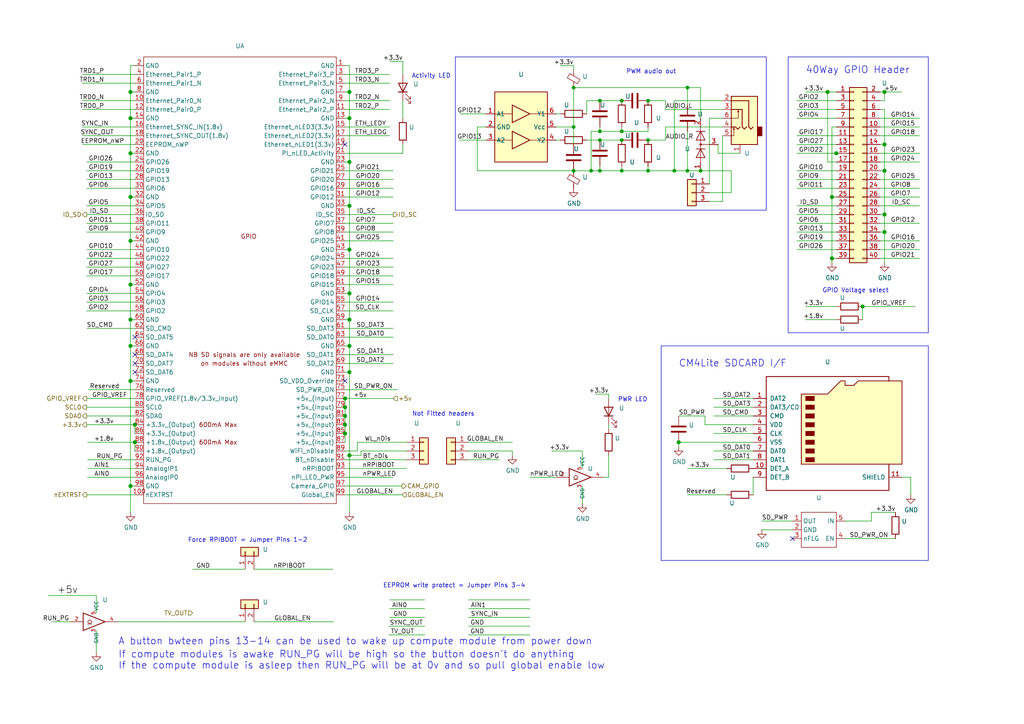
<source format=kicad_sch>
(kicad_sch (version 20220404) (generator eeschema)
  (paper "A4")
  (title_block (title "Compute Module 4 IO Board - GPIO - Ethernet") (rev "1") (company "(c) Raspberry Pi Trading 2020") (comment 1 "www.raspberrypi.org"))
  (lib_symbols
    (symbol "CM4IO:74LVC1G07_copy"
      (property "Reference" "U" (at -2.54 3.81 0))
      (property "Value" "74LVC1G07_copy" (at 0 -3.81 0))
      (symbol "74LVC1G07_copy_1_1"
        (pin input line (at -7.62 0 0) (length 3.81) (name "~") (number "2"))
        (pin power_in line (at 0 -2.54 270) (length 0) (name "GND") (number "3"))
        (pin open_collector line (at 6.35 0 180) (length 3.81) (name "~") (number "4"))
        (pin power_in line (at 0 2.54 90) (length 0) (name "VCC") (number "5"))
      )
    )
    (symbol "CM4IO:AudioJack3_Ground_SwitchTR"
      (property "Reference" "J15" (at 6.35 1.27 0))
      (property "Value" "AudioJack3_Ground_SwitchTR" (at -3.81 11.43 0))
      (symbol "AudioJack3_Ground_SwitchTR_1_1"
        (pin passive line (at -1.27 -8.89 90) (length 2.54) (name "~") (number "1"))
        (pin passive line (at -6.35 6.35 0) (length 2.54) (name "~") (number "2"))
        (pin passive line (at -6.35 3.81 0) (length 2.54) (name "~") (number "3"))
        (pin passive line (at -6.35 -1.27 0) (length 2.54) (name "~") (number "4"))
        (pin passive line (at -6.35 -3.81 0) (length 2.54) (name "~") (number "5"))
        (pin passive line (at -6.35 1.27 0) (length 2.54) (name "~") (number "6"))
      )
    )
    (symbol "CM4IO:ComputeModule4-CM4"
      (property "Reference" "Module" (at 113.03 -68.58 0))
      (property "Value" "ComputeModule4-CM4" (at 140.97 2.54 0))
      (property "Field4" "Hirose" (at 0 0 0))
      (property "Field5" "2x DF40C-100DS-0.4V" (at 0 -2.54 0))
      (symbol "ComputeModule4-CM4_1_0"
        (text "GPIO" (at 0 6.35 0) (effects (font (size 1.27 1.27))))
      )
      (symbol "ComputeModule4-CM4_1_1"
        (text "600mA Max" (at -8.89 -53.34 0) (effects (font (size 1.27 1.27))))
        (text "600mA Max" (at -8.89 -48.26 0) (effects (font (size 1.27 1.27))))
        (text "NB SD signals are only available" (at -1.27 -27.94 0) (effects (font (size 1.27 1.27))))
        (text "on modules without eMMC" (at -1.27 -30.48 0) (effects (font (size 1.27 1.27))))
        (pin power_in line (at 27.94 55.88 180) (length 2.54) (name "GND") (number "1"))
        (pin passive line (at -33.02 45.72 0) (length 2.54) (name "Ethernet_Pair0_N") (number "10"))
        (pin output line (at -33.02 -68.58 0) (length 2.54) (name "nEXTRST") (number "100"))
        (pin passive line (at 27.94 43.18 180) (length 2.54) (name "Ethernet_Pair2_P") (number "11"))
        (pin passive line (at -33.02 43.18 0) (length 2.54) (name "Ethernet_Pair0_P") (number "12"))
        (pin power_in line (at 27.94 40.64 180) (length 2.54) (name "GND") (number "13"))
        (pin power_in line (at -33.02 40.64 0) (length 2.54) (name "GND") (number "14"))
        (pin output line (at 27.94 38.1 180) (length 2.54) (name "Ethernet_nLED3(3.3v)") (number "15"))
        (pin input line (at -33.02 38.1 0) (length 2.54) (name "Ethernet_SYNC_IN(1.8v)") (number "16"))
        (pin output line (at 27.94 35.56 180) (length 2.54) (name "Ethernet_nLED2(3.3v)") (number "17"))
        (pin input line (at -33.02 35.56 0) (length 2.54) (name "Ethernet_SYNC_OUT(1.8v)") (number "18"))
        (pin output line (at 27.94 33.02 180) (length 2.54) (name "Ethernet_nLED1(3.3v)") (number "19"))
        (pin power_in line (at -33.02 55.88 0) (length 2.54) (name "GND") (number "2"))
        (pin passive line (at -33.02 33.02 0) (length 2.54) (name "EEPROM_nWP") (number "20"))
        (pin open_collector line (at 27.94 30.48 180) (length 2.54) (name "PI_nLED_Activity") (number "21"))
        (pin power_in line (at -33.02 30.48 0) (length 2.54) (name "GND") (number "22"))
        (pin power_in line (at 27.94 27.94 180) (length 2.54) (name "GND") (number "23"))
        (pin passive line (at -33.02 27.94 0) (length 2.54) (name "GPIO26") (number "24"))
        (pin passive line (at 27.94 25.4 180) (length 2.54) (name "GPIO21") (number "25"))
        (pin passive line (at -33.02 25.4 0) (length 2.54) (name "GPIO19") (number "26"))
        (pin passive line (at 27.94 22.86 180) (length 2.54) (name "GPIO20") (number "27"))
        (pin passive line (at -33.02 22.86 0) (length 2.54) (name "GPIO13") (number "28"))
        (pin passive line (at 27.94 20.32 180) (length 2.54) (name "GPIO16") (number "29"))
        (pin passive line (at 27.94 53.34 180) (length 2.54) (name "Ethernet_Pair3_P") (number "3"))
        (pin passive line (at -33.02 20.32 0) (length 2.54) (name "GPIO6") (number "30"))
        (pin passive line (at 27.94 17.78 180) (length 2.54) (name "GPIO12") (number "31"))
        (pin power_in line (at -33.02 17.78 0) (length 2.54) (name "GND") (number "32"))
        (pin power_in line (at 27.94 15.24 180) (length 2.54) (name "GND") (number "33"))
        (pin passive line (at -33.02 15.24 0) (length 2.54) (name "GPIO5") (number "34"))
        (pin passive line (at 27.94 12.7 180) (length 2.54) (name "ID_SC") (number "35"))
        (pin passive line (at -33.02 12.7 0) (length 2.54) (name "ID_SD") (number "36"))
        (pin passive line (at 27.94 10.16 180) (length 2.54) (name "GPIO7") (number "37"))
        (pin passive line (at -33.02 10.16 0) (length 2.54) (name "GPIO11") (number "38"))
        (pin passive line (at 27.94 7.62 180) (length 2.54) (name "GPIO8") (number "39"))
        (pin passive line (at -33.02 53.34 0) (length 2.54) (name "Ethernet_Pair1_P") (number "4"))
        (pin passive line (at -33.02 7.62 0) (length 2.54) (name "GPIO9") (number "40"))
        (pin passive line (at 27.94 5.08 180) (length 2.54) (name "GPIO25") (number "41"))
        (pin power_in line (at -33.02 5.08 0) (length 2.54) (name "GND") (number "42"))
        (pin power_in line (at 27.94 2.54 180) (length 2.54) (name "GND") (number "43"))
        (pin passive line (at -33.02 2.54 0) (length 2.54) (name "GPIO10") (number "44"))
        (pin passive line (at 27.94 0 180) (length 2.54) (name "GPIO24") (number "45"))
        (pin passive line (at -33.02 0 0) (length 2.54) (name "GPIO22") (number "46"))
        (pin passive line (at 27.94 -2.54 180) (length 2.54) (name "GPIO23") (number "47"))
        (pin passive line (at -33.02 -2.54 0) (length 2.54) (name "GPIO27") (number "48"))
        (pin passive line (at 27.94 -5.08 180) (length 2.54) (name "GPIO18") (number "49"))
        (pin passive line (at 27.94 50.8 180) (length 2.54) (name "Ethernet_Pair3_N") (number "5"))
        (pin passive line (at -33.02 -5.08 0) (length 2.54) (name "GPIO17") (number "50"))
        (pin passive line (at 27.94 -7.62 180) (length 2.54) (name "GPIO15") (number "51"))
        (pin power_in line (at -33.02 -7.62 0) (length 2.54) (name "GND") (number "52"))
        (pin power_in line (at 27.94 -10.16 180) (length 2.54) (name "GND") (number "53"))
        (pin passive line (at -33.02 -10.16 0) (length 2.54) (name "GPIO4") (number "54"))
        (pin passive line (at 27.94 -12.7 180) (length 2.54) (name "GPIO14") (number "55"))
        (pin passive line (at -33.02 -12.7 0) (length 2.54) (name "GPIO3") (number "56"))
        (pin passive line (at 27.94 -15.24 180) (length 2.54) (name "SD_CLK") (number "57"))
        (pin passive line (at -33.02 -15.24 0) (length 2.54) (name "GPIO2") (number "58"))
        (pin power_in line (at 27.94 -17.78 180) (length 2.54) (name "GND") (number "59"))
        (pin passive line (at -33.02 50.8 0) (length 2.54) (name "Ethernet_Pair1_N") (number "6"))
        (pin power_in line (at -33.02 -17.78 0) (length 2.54) (name "GND") (number "60"))
        (pin passive line (at 27.94 -20.32 180) (length 2.54) (name "SD_DAT3") (number "61"))
        (pin passive line (at -33.02 -20.32 0) (length 2.54) (name "SD_CMD") (number "62"))
        (pin passive line (at 27.94 -22.86 180) (length 2.54) (name "SD_DAT0") (number "63"))
        (pin passive line (at -33.02 -22.86 0) (length 2.54) (name "SD_DAT5") (number "64"))
        (pin power_in line (at 27.94 -25.4 180) (length 2.54) (name "GND") (number "65"))
        (pin power_in line (at -33.02 -25.4 0) (length 2.54) (name "GND") (number "66"))
        (pin passive line (at 27.94 -27.94 180) (length 2.54) (name "SD_DAT1") (number "67"))
        (pin passive line (at -33.02 -27.94 0) (length 2.54) (name "SD_DAT4") (number "68"))
        (pin passive line (at 27.94 -30.48 180) (length 2.54) (name "SD_DAT2") (number "69"))
        (pin power_in line (at 27.94 48.26 180) (length 2.54) (name "GND") (number "7"))
        (pin passive line (at -33.02 -30.48 0) (length 2.54) (name "SD_DAT7") (number "70"))
        (pin power_in line (at 27.94 -33.02 180) (length 2.54) (name "GND") (number "71"))
        (pin passive line (at -33.02 -33.02 0) (length 2.54) (name "SD_DAT6") (number "72"))
        (pin input line (at 27.94 -35.56 180) (length 2.54) (name "SD_VDD_Override") (number "73"))
        (pin power_in line (at -33.02 -35.56 0) (length 2.54) (name "GND") (number "74"))
        (pin output line (at 27.94 -38.1 180) (length 2.54) (name "SD_PWR_ON") (number "75"))
        (pin passive line (at -33.02 -38.1 0) (length 2.54) (name "Reserved") (number "76"))
        (pin power_in line (at 27.94 -40.64 180) (length 2.54) (name "+5v_(Input)") (number "77"))
        (pin power_in line (at -33.02 -40.64 0) (length 2.54) (name "GPIO_VREF(1.8v/3.3v_Input)") (number "78"))
        (pin power_in line (at 27.94 -43.18 180) (length 2.54) (name "+5v_(Input)") (number "79"))
        (pin power_in line (at -33.02 48.26 0) (length 2.54) (name "GND") (number "8"))
        (pin passive line (at -33.02 -43.18 0) (length 2.54) (name "SCL0") (number "80"))
        (pin power_in line (at 27.94 -45.72 180) (length 2.54) (name "+5v_(Input)") (number "81"))
        (pin passive line (at -33.02 -45.72 0) (length 2.54) (name "SDA0") (number "82"))
        (pin power_in line (at 27.94 -48.26 180) (length 2.54) (name "+5v_(Input)") (number "83"))
        (pin power_out line (at -33.02 -48.26 0) (length 2.54) (name "+3.3v_(Output)") (number "84"))
        (pin power_in line (at 27.94 -50.8 180) (length 2.54) (name "+5v_(Input)") (number "85"))
        (pin power_out line (at -33.02 -50.8 0) (length 2.54) (name "+3.3v_(Output)") (number "86"))
        (pin power_in line (at 27.94 -53.34 180) (length 2.54) (name "+5v_(Input)") (number "87"))
        (pin power_out line (at -33.02 -53.34 0) (length 2.54) (name "+1.8v_(Output)") (number "88"))
        (pin power_in line (at 27.94 -55.88 180) (length 2.54) (name "WiFi_nDisable") (number "89"))
        (pin passive line (at 27.94 45.72 180) (length 2.54) (name "Ethernet_Pair2_N") (number "9"))
        (pin power_out line (at -33.02 -55.88 0) (length 2.54) (name "+1.8v_(Output)") (number "90"))
        (pin power_in line (at 27.94 -58.42 180) (length 2.54) (name "BT_nDisable") (number "91"))
        (pin passive line (at -33.02 -58.42 0) (length 2.54) (name "RUN_PG") (number "92"))
        (pin input line (at 27.94 -60.96 180) (length 2.54) (name "nRPIBOOT") (number "93"))
        (pin passive line (at -33.02 -60.96 0) (length 2.54) (name "AnalogIP1") (number "94"))
        (pin output line (at 27.94 -63.5 180) (length 2.54) (name "nPI_LED_PWR") (number "95"))
        (pin passive line (at -33.02 -63.5 0) (length 2.54) (name "AnalogIP0") (number "96"))
        (pin passive line (at 27.94 -66.04 180) (length 2.54) (name "Camera_GPIO") (number "97"))
        (pin power_in line (at -33.02 -66.04 0) (length 2.54) (name "GND") (number "98"))
        (pin input line (at 27.94 -68.58 180) (length 2.54) (name "Global_EN") (number "99"))
      )
      (symbol "ComputeModule4-CM4_2_1"
        (text "High Speed Serial" (at 140.97 0 0) (effects (font (size 1.27 1.27))))
        (pin input line (at 170.18 60.96 180) (length 5.08) (name "USB_OTG_ID") (number "101"))
        (pin input line (at 109.22 60.96 0) (length 5.08) (name "PCIe_CLK_nREQ") (number "102"))
        (pin passive line (at 170.18 58.42 180) (length 5.08) (name "USB2_N") (number "103"))
        (pin passive line (at 109.22 58.42 0) (length 5.08) (name "Reserved") (number "104"))
        (pin passive line (at 170.18 55.88 180) (length 5.08) (name "USB2_P") (number "105"))
        (pin passive line (at 109.22 55.88 0) (length 5.08) (name "Reserved") (number "106"))
        (pin power_in line (at 170.18 53.34 180) (length 5.08) (name "GND") (number "107"))
        (pin power_in line (at 109.22 53.34 0) (length 5.08) (name "GND") (number "108"))
        (pin bidirectional line (at 170.18 50.8 180) (length 5.08) (name "PCIe_nRST") (number "109"))
        (pin output line (at 109.22 50.8 0) (length 5.08) (name "PCIe_CLK_P") (number "110"))
        (pin passive line (at 170.18 48.26 180) (length 5.08) (name "VDAC_COMP") (number "111"))
        (pin output line (at 109.22 48.26 0) (length 5.08) (name "PCIe_CLK_N") (number "112"))
        (pin power_in line (at 170.18 45.72 180) (length 5.08) (name "GND") (number "113"))
        (pin power_in line (at 109.22 45.72 0) (length 5.08) (name "GND") (number "114"))
        (pin input line (at 170.18 43.18 180) (length 5.08) (name "CAM1_D0_N") (number "115"))
        (pin input line (at 109.22 43.18 0) (length 5.08) (name "PCIe_RX_P") (number "116"))
        (pin input line (at 170.18 40.64 180) (length 5.08) (name "CAM1_D0_P") (number "117"))
        (pin input line (at 109.22 40.64 0) (length 5.08) (name "PCIe_RX_N") (number "118"))
        (pin power_in line (at 170.18 38.1 180) (length 5.08) (name "GND") (number "119"))
        (pin power_in line (at 109.22 38.1 0) (length 5.08) (name "GND") (number "120"))
        (pin input line (at 170.18 35.56 180) (length 5.08) (name "CAM1_D1_N") (number "121"))
        (pin output line (at 109.22 35.56 0) (length 5.08) (name "PCIe_TX_P") (number "122"))
        (pin input line (at 170.18 33.02 180) (length 5.08) (name "CAM1_D1_P") (number "123"))
        (pin output line (at 109.22 33.02 0) (length 5.08) (name "PCIe_TX_N") (number "124"))
        (pin power_in line (at 170.18 30.48 180) (length 5.08) (name "GND") (number "125"))
        (pin power_in line (at 109.22 30.48 0) (length 5.08) (name "GND") (number "126"))
        (pin input line (at 170.18 27.94 180) (length 5.08) (name "CAM1_C_N") (number "127"))
        (pin input line (at 109.22 27.94 0) (length 5.08) (name "CAM0_D0_N") (number "128"))
        (pin input line (at 170.18 25.4 180) (length 5.08) (name "CAM1_C_P") (number "129"))
        (pin input line (at 109.22 25.4 0) (length 5.08) (name "CAM0_D0_P") (number "130"))
        (pin power_in line (at 170.18 22.86 180) (length 5.08) (name "GND") (number "131"))
        (pin power_in line (at 109.22 22.86 0) (length 5.08) (name "GND") (number "132"))
        (pin input line (at 170.18 20.32 180) (length 5.08) (name "CAM1_D2_N") (number "133"))
        (pin input line (at 109.22 20.32 0) (length 5.08) (name "CAM0_D1_N") (number "134"))
        (pin input line (at 170.18 17.78 180) (length 5.08) (name "CAM1_D2_P") (number "135"))
        (pin input line (at 109.22 17.78 0) (length 5.08) (name "CAM0_D1_P") (number "136"))
        (pin power_in line (at 170.18 15.24 180) (length 5.08) (name "GND") (number "137"))
        (pin power_in line (at 109.22 15.24 0) (length 5.08) (name "GND") (number "138"))
        (pin input line (at 170.18 12.7 180) (length 5.08) (name "CAM1_D3_N") (number "139"))
        (pin input line (at 109.22 12.7 0) (length 5.08) (name "CAM0_C_N") (number "140"))
        (pin input line (at 170.18 10.16 180) (length 5.08) (name "CAM1_D3_P") (number "141"))
        (pin input line (at 109.22 10.16 0) (length 5.08) (name "CAM0_C_P") (number "142"))
        (pin input line (at 170.18 7.62 180) (length 5.08) (name "HDMI1_HOTPLUG") (number "143"))
        (pin power_in line (at 109.22 7.62 0) (length 5.08) (name "GND") (number "144"))
        (pin bidirectional line (at 170.18 5.08 180) (length 5.08) (name "HDMI1_SDA") (number "145"))
        (pin output line (at 109.22 5.08 0) (length 5.08) (name "HDMI1_TX2_P") (number "146"))
        (pin open_collector line (at 170.18 2.54 180) (length 5.08) (name "HDMI1_SCL") (number "147"))
        (pin output line (at 109.22 2.54 0) (length 5.08) (name "HDMI1_TX2_N") (number "148"))
        (pin open_collector line (at 170.18 0 180) (length 5.08) (name "HDMI1_CEC") (number "149"))
        (pin power_in line (at 109.22 0 0) (length 5.08) (name "GND") (number "150"))
        (pin open_collector line (at 170.18 -2.54 180) (length 5.08) (name "HDMI0_CEC") (number "151"))
        (pin output line (at 109.22 -2.54 0) (length 5.08) (name "HDMI1_TX1_P") (number "152"))
        (pin input line (at 170.18 -5.08 180) (length 5.08) (name "HDMI0_HOTPLUG") (number "153"))
        (pin output line (at 109.22 -5.08 0) (length 5.08) (name "HDMI1_TX1_N") (number "154"))
        (pin power_in line (at 170.18 -7.62 180) (length 5.08) (name "GND") (number "155"))
        (pin power_in line (at 109.22 -7.62 0) (length 5.08) (name "GND") (number "156"))
        (pin output line (at 170.18 -10.16 180) (length 5.08) (name "DSI0_D0_N") (number "157"))
        (pin output line (at 109.22 -10.16 0) (length 5.08) (name "HDMI1_TX0_P") (number "158"))
        (pin output line (at 170.18 -12.7 180) (length 5.08) (name "DSI0_D0_P") (number "159"))
        (pin output line (at 109.22 -12.7 0) (length 5.08) (name "HDMI1_TX0_N") (number "160"))
        (pin power_in line (at 170.18 -15.24 180) (length 5.08) (name "GND") (number "161"))
        (pin power_in line (at 109.22 -15.24 0) (length 5.08) (name "GND") (number "162"))
        (pin output line (at 170.18 -17.78 180) (length 5.08) (name "DSI0_D1_N") (number "163"))
        (pin output line (at 109.22 -17.78 0) (length 5.08) (name "HDMI1_CLK_P") (number "164"))
        (pin output line (at 170.18 -20.32 180) (length 5.08) (name "DSI0_D1_P") (number "165"))
        (pin output line (at 109.22 -20.32 0) (length 5.08) (name "HDMI1_CLK_N") (number "166"))
        (pin power_in line (at 170.18 -22.86 180) (length 5.08) (name "GND") (number "167"))
        (pin power_in line (at 109.22 -22.86 0) (length 5.08) (name "GND") (number "168"))
        (pin output line (at 170.18 -25.4 180) (length 5.08) (name "DSI0_C_N") (number "169"))
        (pin output line (at 109.22 -25.4 0) (length 5.08) (name "HDMI0_TX2_P") (number "170"))
        (pin output line (at 170.18 -27.94 180) (length 5.08) (name "DSI0_C_P") (number "171"))
        (pin output line (at 109.22 -27.94 0) (length 5.08) (name "HDMI0_TX2_N") (number "172"))
        (pin power_in line (at 170.18 -30.48 180) (length 5.08) (name "GND") (number "173"))
        (pin power_in line (at 109.22 -30.48 0) (length 5.08) (name "GND") (number "174"))
        (pin output line (at 170.18 -33.02 180) (length 5.08) (name "DSI1_D0_N") (number "175"))
        (pin output line (at 109.22 -33.02 0) (length 5.08) (name "HDMI0_TX1_P") (number "176"))
        (pin output line (at 170.18 -35.56 180) (length 5.08) (name "DSI1_D0_P") (number "177"))
        (pin output line (at 109.22 -35.56 0) (length 5.08) (name "HDMI0_TX1_N") (number "178"))
        (pin power_in line (at 170.18 -38.1 180) (length 5.08) (name "GND") (number "179"))
        (pin power_in line (at 109.22 -38.1 0) (length 5.08) (name "GND") (number "180"))
        (pin output line (at 170.18 -40.64 180) (length 5.08) (name "DSI1_D1_N") (number "181"))
        (pin output line (at 109.22 -40.64 0) (length 5.08) (name "HDMI0_TX0_P") (number "182"))
        (pin output line (at 170.18 -43.18 180) (length 5.08) (name "DSI1_D1_P") (number "183"))
        (pin output line (at 109.22 -43.18 0) (length 5.08) (name "HDMI0_TX0_N") (number "184"))
        (pin power_in line (at 170.18 -45.72 180) (length 5.08) (name "GND") (number "185"))
        (pin power_in line (at 109.22 -45.72 0) (length 5.08) (name "GND") (number "186"))
        (pin output line (at 170.18 -48.26 180) (length 5.08) (name "DSI1_C_N") (number "187"))
        (pin output line (at 109.22 -48.26 0) (length 5.08) (name "HDMI0_CLK_P") (number "188"))
        (pin output line (at 170.18 -50.8 180) (length 5.08) (name "DSI1_C_P") (number "189"))
        (pin output line (at 109.22 -50.8 0) (length 5.08) (name "HDMI0_CLK_N") (number "190"))
        (pin power_in line (at 170.18 -53.34 180) (length 5.08) (name "GND") (number "191"))
        (pin power_in line (at 109.22 -53.34 0) (length 5.08) (name "GND") (number "192"))
        (pin output line (at 170.18 -55.88 180) (length 5.08) (name "DSI1_D2_N") (number "193"))
        (pin output line (at 109.22 -55.88 0) (length 5.08) (name "DSI1_D3_N") (number "194"))
        (pin output line (at 170.18 -58.42 180) (length 5.08) (name "DSI1_D2_P") (number "195"))
        (pin output line (at 109.22 -58.42 0) (length 5.08) (name "DSI1_D3_P") (number "196"))
        (pin power_in line (at 170.18 -60.96 180) (length 5.08) (name "GND") (number "197"))
        (pin power_in line (at 109.22 -60.96 0) (length 5.08) (name "GND") (number "198"))
        (pin bidirectional line (at 170.18 -63.5 180) (length 5.08) (name "HDMI0_SDA") (number "199"))
        (pin open_collector line (at 109.22 -63.5 0) (length 5.08) (name "HDMI0_SCL") (number "200"))
      )
    )
    (symbol "CM4IO:NC7WZ16"
      (property "Reference" "U2" (at 2.0194 15.24 0))
      (property "Value" "NC7WZ16" (at 2.0194 12.7 0))
      (symbol "NC7WZ16_1_1"
        (pin input line (at -10.16 3.81 0) (length 2.54) (name "A1") (number "1"))
        (pin power_in line (at -10.16 0 0) (length 2.54) (name "GND") (number "2"))
        (pin input line (at -10.16 -3.81 0) (length 2.54) (name "A2") (number "3"))
        (pin output line (at 10.16 -3.81 180) (length 2.54) (name "Y2") (number "4"))
        (pin power_in line (at 10.16 0 180) (length 2.54) (name "Vcc") (number "5"))
        (pin output line (at 10.16 3.81 180) (length 2.54) (name "Y1") (number "6"))
      )
    )
    (symbol "CM4IO:RT9742GGJ5"
      (property "Reference" "U" (at 0 0 0))
      (property "Value" "RT9742GGJ5" (at 0 0 0))
      (symbol "RT9742GGJ5_0_0"
        (pin power_out line (at -8.89 10.16 0) (length 2.54) (name "OUT") (number "1"))
        (pin power_in line (at -8.89 7.62 0) (length 2.54) (name "GND") (number "2"))
        (pin open_collector line (at -8.89 5.08 0) (length 2.54) (name "nFLG") (number "3"))
        (pin input line (at 6.35 5.08 180) (length 2.54) (name "EN") (number "4"))
        (pin power_in line (at 6.35 10.16 180) (length 2.54) (name "IN") (number "5"))
      )
    )
    (symbol "Conn_01x03_1" (pin_names (offset 1.016) hide)
      (property "Reference" "J" (at 0 5.08 0))
      (property "Value" "Conn_01x03_1" (at 0 -5.08 0))
      (symbol "Conn_01x03_1_1_1"
        (pin passive line (at -5.08 2.54 0) (length 3.81) (name "Pin_1") (number "1"))
        (pin passive line (at -5.08 0 0) (length 3.81) (name "Pin_2") (number "2"))
        (pin passive line (at -5.08 -2.54 0) (length 3.81) (name "Pin_3") (number "3"))
      )
    )
    (symbol "Connector:Micro_SD_Card_Det" (pin_names (offset 1.016))
      (property "Reference" "J" (at -16.51 17.78 0))
      (property "Value" "Micro_SD_Card_Det" (at 16.51 17.78 0))
      (symbol "Micro_SD_Card_Det_1_1"
        (pin bidirectional line (at -22.86 10.16 0) (length 3.81) (name "DAT2") (number "1"))
        (pin passive line (at -22.86 -10.16 0) (length 3.81) (name "DET_A") (number "10"))
        (pin passive line (at 20.32 -12.7 180) (length 3.81) (name "SHIELD") (number "11"))
        (pin bidirectional line (at -22.86 7.62 0) (length 3.81) (name "DAT3/CD") (number "2"))
        (pin input line (at -22.86 5.08 0) (length 3.81) (name "CMD") (number "3"))
        (pin power_in line (at -22.86 2.54 0) (length 3.81) (name "VDD") (number "4"))
        (pin input line (at -22.86 0 0) (length 3.81) (name "CLK") (number "5"))
        (pin power_in line (at -22.86 -2.54 0) (length 3.81) (name "VSS") (number "6"))
        (pin bidirectional line (at -22.86 -5.08 0) (length 3.81) (name "DAT0") (number "7"))
        (pin bidirectional line (at -22.86 -7.62 0) (length 3.81) (name "DAT1") (number "8"))
        (pin passive line (at -22.86 -12.7 0) (length 3.81) (name "DET_B") (number "9"))
      )
    )
    (symbol "Connector_Generic:Conn_01x02" (pin_names (offset 1.016) hide)
      (property "Reference" "J" (at 0 2.54 0))
      (property "Value" "Conn_01x02" (at 0 -5.08 0))
      (symbol "Conn_01x02_1_1"
        (pin passive line (at -5.08 0 0) (length 3.81) (name "Pin_1") (number "1"))
        (pin passive line (at -5.08 -2.54 0) (length 3.81) (name "Pin_2") (number "2"))
      )
    )
    (symbol "Connector_Generic:Conn_01x03" (pin_names (offset 1.016) hide)
      (property "Reference" "J" (at 0 5.08 0))
      (property "Value" "Conn_01x03" (at 0 -5.08 0))
      (symbol "Conn_01x03_1_1"
        (pin passive line (at -5.08 2.54 0) (length 3.81) (name "Pin_1") (number "1"))
        (pin passive line (at -5.08 0 0) (length 3.81) (name "Pin_2") (number "2"))
        (pin passive line (at -5.08 -2.54 0) (length 3.81) (name "Pin_3") (number "3"))
      )
    )
    (symbol "Connector_Generic:Conn_02x20_Odd_Even" (pin_names (offset 1.016) hide)
      (property "Reference" "J" (at 1.27 25.4 0))
      (property "Value" "Conn_02x20_Odd_Even" (at 1.27 -27.94 0))
      (symbol "Conn_02x20_Odd_Even_1_1"
        (pin passive line (at -5.08 22.86 0) (length 3.81) (name "Pin_1") (number "1"))
        (pin passive line (at 7.62 12.7 180) (length 3.81) (name "Pin_10") (number "10"))
        (pin passive line (at -5.08 10.16 0) (length 3.81) (name "Pin_11") (number "11"))
        (pin passive line (at 7.62 10.16 180) (length 3.81) (name "Pin_12") (number "12"))
        (pin passive line (at -5.08 7.62 0) (length 3.81) (name "Pin_13") (number "13"))
        (pin passive line (at 7.62 7.62 180) (length 3.81) (name "Pin_14") (number "14"))
        (pin passive line (at -5.08 5.08 0) (length 3.81) (name "Pin_15") (number "15"))
        (pin passive line (at 7.62 5.08 180) (length 3.81) (name "Pin_16") (number "16"))
        (pin passive line (at -5.08 2.54 0) (length 3.81) (name "Pin_17") (number "17"))
        (pin passive line (at 7.62 2.54 180) (length 3.81) (name "Pin_18") (number "18"))
        (pin passive line (at -5.08 0 0) (length 3.81) (name "Pin_19") (number "19"))
        (pin passive line (at 7.62 22.86 180) (length 3.81) (name "Pin_2") (number "2"))
        (pin passive line (at 7.62 0 180) (length 3.81) (name "Pin_20") (number "20"))
        (pin passive line (at -5.08 -2.54 0) (length 3.81) (name "Pin_21") (number "21"))
        (pin passive line (at 7.62 -2.54 180) (length 3.81) (name "Pin_22") (number "22"))
        (pin passive line (at -5.08 -5.08 0) (length 3.81) (name "Pin_23") (number "23"))
        (pin passive line (at 7.62 -5.08 180) (length 3.81) (name "Pin_24") (number "24"))
        (pin passive line (at -5.08 -7.62 0) (length 3.81) (name "Pin_25") (number "25"))
        (pin passive line (at 7.62 -7.62 180) (length 3.81) (name "Pin_26") (number "26"))
        (pin passive line (at -5.08 -10.16 0) (length 3.81) (name "Pin_27") (number "27"))
        (pin passive line (at 7.62 -10.16 180) (length 3.81) (name "Pin_28") (number "28"))
        (pin passive line (at -5.08 -12.7 0) (length 3.81) (name "Pin_29") (number "29"))
        (pin passive line (at -5.08 20.32 0) (length 3.81) (name "Pin_3") (number "3"))
        (pin passive line (at 7.62 -12.7 180) (length 3.81) (name "Pin_30") (number "30"))
        (pin passive line (at -5.08 -15.24 0) (length 3.81) (name "Pin_31") (number "31"))
        (pin passive line (at 7.62 -15.24 180) (length 3.81) (name "Pin_32") (number "32"))
        (pin passive line (at -5.08 -17.78 0) (length 3.81) (name "Pin_33") (number "33"))
        (pin passive line (at 7.62 -17.78 180) (length 3.81) (name "Pin_34") (number "34"))
        (pin passive line (at -5.08 -20.32 0) (length 3.81) (name "Pin_35") (number "35"))
        (pin passive line (at 7.62 -20.32 180) (length 3.81) (name "Pin_36") (number "36"))
        (pin passive line (at -5.08 -22.86 0) (length 3.81) (name "Pin_37") (number "37"))
        (pin passive line (at 7.62 -22.86 180) (length 3.81) (name "Pin_38") (number "38"))
        (pin passive line (at -5.08 -25.4 0) (length 3.81) (name "Pin_39") (number "39"))
        (pin passive line (at 7.62 20.32 180) (length 3.81) (name "Pin_4") (number "4"))
        (pin passive line (at 7.62 -25.4 180) (length 3.81) (name "Pin_40") (number "40"))
        (pin passive line (at -5.08 17.78 0) (length 3.81) (name "Pin_5") (number "5"))
        (pin passive line (at 7.62 17.78 180) (length 3.81) (name "Pin_6") (number "6"))
        (pin passive line (at -5.08 15.24 0) (length 3.81) (name "Pin_7") (number "7"))
        (pin passive line (at 7.62 15.24 180) (length 3.81) (name "Pin_8") (number "8"))
        (pin passive line (at -5.08 12.7 0) (length 3.81) (name "Pin_9") (number "9"))
      )
    )
    (symbol "Device:C" (pin_numbers hide) (pin_names (offset 0.254))
      (property "Reference" "C" (at 0.635 2.54 0))
      (property "Value" "C" (at 0.635 -2.54 0))
      (symbol "C_1_1"
        (pin passive line (at 0 3.81 270) (length 2.794) (name "~") (number "1"))
        (pin passive line (at 0 -3.81 90) (length 2.794) (name "~") (number "2"))
      )
    )
    (symbol "Device:FerriteBead_Small" (pin_numbers hide) (pin_names (offset 0))
      (property "Reference" "FB" (at 1.905 1.27 0))
      (property "Value" "FerriteBead_Small" (at 1.905 -1.27 0))
      (symbol "FerriteBead_Small_1_1"
        (pin passive line (at 0 2.54 270) (length 1.27) (name "~") (number "1"))
        (pin passive line (at 0 -2.54 90) (length 1.27) (name "~") (number "2"))
      )
    )
    (symbol "Device:LED" (pin_numbers hide) (pin_names (offset 1.016) hide)
      (property "Reference" "D" (at 0 2.54 0))
      (property "Value" "LED" (at 0 -2.54 0))
      (symbol "LED_1_1"
        (pin passive line (at -3.81 0 0) (length 2.54) (name "K") (number "1"))
        (pin passive line (at 3.81 0 180) (length 2.54) (name "A") (number "2"))
      )
    )
    (symbol "Device:R" (pin_numbers hide) (pin_names (offset 0))
      (property "Reference" "R" (at 2.032 0 90))
      (property "Value" "R" (at 0 0 90))
      (symbol "R_1_1"
        (pin passive line (at 0 3.81 270) (length 1.27) (name "~") (number "1"))
        (pin passive line (at 0 -3.81 90) (length 1.27) (name "~") (number "2"))
      )
    )
    (symbol "Diode:BAV99" (pin_names hide)
      (property "Reference" "D" (at 0 5.08 0))
      (property "Value" "BAV99" (at 0 2.54 0))
      (symbol "BAV99_1_1"
        (pin passive line (at -7.62 0 0) (length 2.54) (name "K") (number "1"))
        (pin passive line (at 7.62 0 180) (length 2.54) (name "A") (number "2"))
        (pin passive line (at 0 -5.08 90) (length 2.54) (name "K") (number "3"))
      )
    )
    (symbol "LED_1" (pin_numbers hide) (pin_names (offset 1.016) hide)
      (property "Reference" "D" (at 0 2.54 0))
      (property "Value" "LED_1" (at 0 -2.54 0))
      (symbol "LED_1_1_1"
        (pin passive line (at -3.81 0 0) (length 2.54) (name "K") (number "1"))
        (pin passive line (at 3.81 0 180) (length 2.54) (name "A") (number "2"))
      )
    )
    (symbol "power:GND" (power) (pin_names (offset 0))
      (property "Value" "GND" (at 0 -3.81 0))
      (symbol "GND_1_1"
        (pin power_in line (at 0 0 270) (length 0) hide (name "GND") (number "1"))
      )
    )
  )
  (junction (at 166.37 49.53))
  (junction (at 241.3 74.93) (diameter 1.016))
  (junction (at 173.99 38.1))
  (junction (at 101.346 72.39) (diameter 1.016))
  (junction (at 256.54 49.53) (diameter 1.016))
  (junction (at 37.846 57.15) (diameter 1.016))
  (junction (at 173.99 29.21))
  (junction (at 37.846 92.71) (diameter 1.016))
  (junction (at 203.2 49.53))
  (junction (at 180.34 29.21))
  (junction (at 101.346 26.67) (diameter 1.016))
  (junction (at 101.346 107.95) (diameter 1.016))
  (junction (at 187.96 49.53))
  (junction (at 180.34 40.64))
  (junction (at 241.3 57.15) (diameter 1.016))
  (junction (at 100.076 120.65) (diameter 1.016))
  (junction (at 101.346 59.69) (diameter 1.016))
  (junction (at 101.346 132.08) (diameter 1.016))
  (junction (at 100.076 123.19) (diameter 1.016))
  (junction (at 173.99 49.53))
  (junction (at 166.37 25.4))
  (junction (at 100.076 125.73) (diameter 1.016))
  (junction (at 199.39 25.4))
  (junction (at 37.846 110.49) (diameter 1.016))
  (junction (at 37.846 26.67) (diameter 1.016))
  (junction (at 101.346 92.71) (diameter 1.016))
  (junction (at 100.076 115.57) (diameter 1.016))
  (junction (at 166.37 36.83))
  (junction (at 242.57 44.45) (diameter 1.016))
  (junction (at 173.99 40.64))
  (junction (at 187.96 29.21))
  (junction (at 39.116 123.19) (diameter 1.016))
  (junction (at 256.54 62.23) (diameter 1.016))
  (junction (at 101.346 34.29) (diameter 1.016))
  (junction (at 37.846 44.45) (diameter 1.016))
  (junction (at 37.846 100.33) (diameter 1.016))
  (junction (at 250.19 88.9) (diameter 1.016))
  (junction (at 196.85 128.27) (diameter 1.016))
  (junction (at 240.03 26.67) (diameter 1.016))
  (junction (at 37.846 140.97) (diameter 1.016))
  (junction (at 101.346 100.33) (diameter 1.016))
  (junction (at 37.846 34.29) (diameter 1.016))
  (junction (at 180.34 38.1))
  (junction (at 256.54 26.67) (diameter 1.016))
  (junction (at 256.54 67.31) (diameter 1.016))
  (junction (at 171.45 49.53))
  (junction (at 100.076 118.11) (diameter 1.016))
  (junction (at 195.58 49.53))
  (junction (at 256.54 41.91) (diameter 1.016))
  (junction (at 39.116 128.27) (diameter 1.016))
  (junction (at 199.39 49.53))
  (junction (at 187.96 40.64))
  (junction (at 101.346 46.99) (diameter 1.016))
  (junction (at 37.846 69.85) (diameter 1.016))
  (junction (at 37.846 82.55) (diameter 1.016))
  (junction (at 101.346 85.09) (diameter 1.016))
  (junction (at 180.34 49.53))
  (no_connect (at 39.116 97.79))
  (no_connect (at 39.116 102.87))
  (no_connect (at 100.076 110.49))
  (no_connect (at 39.116 107.95))
  (no_connect (at 229.87 156.21))
  (no_connect (at 39.116 105.41))
  (no_connect (at 100.076 41.91))
  (wire (pts (xy 255.27 52.07) (xy 266.7 52.07)))
  (wire (pts (xy 135.89 176.53) (xy 153.67 176.53)))
  (wire (pts (xy 37.846 34.29) (xy 37.846 44.45)))
  (wire (pts (xy 100.076 34.29) (xy 101.346 34.29)))
  (wire (pts (xy 37.846 140.97) (xy 37.846 148.59)))
  (wire (pts (xy 37.846 110.49) (xy 39.116 110.49)))
  (wire (pts (xy 173.99 49.53) (xy 180.34 49.53)))
  (wire (pts (xy 101.346 85.09) (xy 101.346 92.71)))
  (wire (pts (xy 255.27 39.37) (xy 266.7 39.37)))
  (wire (pts (xy 135.89 184.15) (xy 153.67 184.15)))
  (wire (pts (xy 256.54 26.67) (xy 261.62 26.67)))
  (wire (pts (xy 256.54 41.91) (xy 255.27 41.91)))
  (wire (pts (xy 255.27 59.69) (xy 266.7 59.69)))
  (wire (pts (xy 199.39 25.4) (xy 199.39 30.48)))
  (wire (pts (xy 168.91 140.97) (xy 168.91 146.05)))
  (wire (pts (xy 25.146 52.07) (xy 39.116 52.07)))
  (wire (pts (xy 208.28 41.91) (xy 208.28 44.45)))
  (wire (pts (xy 162.56 19.05) (xy 166.37 19.05)))
  (wire (pts (xy 207.01 120.65) (xy 218.44 120.65)))
  (wire (pts (xy 255.27 26.67) (xy 256.54 26.67)))
  (wire (pts (xy 25.146 72.39) (xy 39.116 72.39)))
  (wire (pts (xy 100.076 59.69) (xy 101.346 59.69)))
  (wire (pts (xy 173.99 29.21) (xy 180.34 29.21)))
  (wire (pts (xy 256.54 29.21) (xy 256.54 26.67)))
  (wire (pts (xy 256.54 41.91) (xy 256.54 49.53)))
  (wire (pts (xy 176.53 115.57) (xy 176.53 114.3)))
  (wire (pts (xy 199.39 38.1) (xy 199.39 49.53)))
  (wire (pts (xy 25.146 54.61) (xy 39.116 54.61)))
  (wire (pts (xy 116.84 29.21) (xy 116.84 34.29)))
  (wire (pts (xy 176.53 132.08) (xy 176.53 138.43)))
  (wire (pts (xy 112.776 184.15) (xy 123.19 184.15)))
  (wire (pts (xy 193.04 36.83) (xy 193.04 40.64)))
  (wire (pts (xy 133.35 40.64) (xy 140.97 40.64)))
  (wire (pts (xy 209.55 39.37) (xy 209.55 58.42)))
  (wire (pts (xy 100.076 100.33) (xy 101.346 100.33)))
  (wire (pts (xy 264.16 138.43) (xy 264.16 143.51)))
  (wire (pts (xy 218.44 133.35) (xy 207.01 133.35)))
  (wire (pts (xy 25.146 74.93) (xy 39.116 74.93)))
  (polyline (pts (xy 269.24 100.33) (xy 269.24 162.56)) (stroke (width 0) (type solid)))
  (wire (pts (xy 231.14 29.21) (xy 242.57 29.21)))
  (wire (pts (xy 55.88 165.1) (xy 71.12 165.1)))
  (wire (pts (xy 138.43 49.53) (xy 138.43 36.83)))
  (wire (pts (xy 27.94 182.88) (xy 27.94 189.23)))
  (wire (pts (xy 173.99 49.53) (xy 173.99 48.26)))
  (wire (pts (xy 25.146 143.51) (xy 39.116 143.51)))
  (wire (pts (xy 255.27 62.23) (xy 256.54 62.23)))
  (wire (pts (xy 255.27 36.83) (xy 266.7 36.83)))
  (wire (pts (xy 195.58 49.53) (xy 199.39 49.53)))
  (wire (pts (xy 100.076 74.93) (xy 114.046 74.93)))
  (polyline (pts (xy 191.77 162.56) (xy 191.77 100.33)) (stroke (width 0) (type solid)))
  (wire (pts (xy 23.876 39.37) (xy 39.116 39.37)))
  (wire (pts (xy 100.076 26.67) (xy 101.346 26.67)))
  (wire (pts (xy 231.14 49.53) (xy 242.57 49.53)))
  (wire (pts (xy 100.076 97.79) (xy 114.046 97.79)))
  (wire (pts (xy 231.14 39.37) (xy 242.57 39.37)))
  (wire (pts (xy 245.11 44.45) (xy 242.57 44.45)))
  (wire (pts (xy 229.87 151.13) (xy 220.98 151.13)))
  (wire (pts (xy 187.96 29.21) (xy 193.04 29.21)))
  (polyline (pts (xy 228.6 16.51) (xy 228.6 96.52)) (stroke (width 0) (type solid)))
  (wire (pts (xy 100.076 24.13) (xy 113.03 24.13)))
  (wire (pts (xy 25.146 85.09) (xy 39.116 85.09)))
  (wire (pts (xy 166.37 25.4) (xy 166.37 36.83)))
  (wire (pts (xy 114.046 90.17) (xy 100.076 90.17)))
  (wire (pts (xy 101.346 132.08) (xy 101.346 148.59)))
  (wire (pts (xy 255.27 72.39) (xy 266.7 72.39)))
  (wire (pts (xy 37.846 92.71) (xy 39.116 92.71)))
  (wire (pts (xy 34.29 180.34) (xy 71.12 180.34)))
  (wire (pts (xy 255.27 64.77) (xy 266.7 64.77)))
  (wire (pts (xy 212.09 55.88) (xy 205.74 55.88)))
  (wire (pts (xy 100.076 44.45) (xy 116.84 44.45)))
  (wire (pts (xy 209.55 34.29) (xy 205.74 34.29)))
  (wire (pts (xy 231.14 64.77) (xy 242.57 64.77)))
  (wire (pts (xy 161.29 36.83) (xy 166.37 36.83)))
  (wire (pts (xy 25.146 46.99) (xy 39.116 46.99)))
  (wire (pts (xy 256.54 67.31) (xy 256.54 62.23)))
  (wire (pts (xy 23.876 29.21) (xy 39.116 29.21)))
  (wire (pts (xy 112.776 181.61) (xy 123.19 181.61)))
  (wire (pts (xy 231.14 41.91) (xy 242.57 41.91)))
  (wire (pts (xy 233.68 92.71) (xy 242.57 92.71)))
  (wire (pts (xy 100.076 130.81) (xy 103.632 130.81)))
  (wire (pts (xy 180.34 38.1) (xy 187.96 38.1)))
  (wire (pts (xy 100.076 80.01) (xy 114.046 80.01)))
  (wire (pts (xy 250.19 88.9) (xy 250.19 92.71)))
  (wire (pts (xy 207.01 130.81) (xy 218.44 130.81)))
  (wire (pts (xy 256.54 31.75) (xy 256.54 41.91)))
  (wire (pts (xy 241.3 74.93) (xy 242.57 74.93)))
  (wire (pts (xy 104.7242 130.81) (xy 117.856 130.81)))
  (wire (pts (xy 100.076 125.73) (xy 100.076 128.27)))
  (wire (pts (xy 104.7242 132.08) (xy 104.7242 130.81)))
  (wire (pts (xy 113.03 17.78) (xy 116.84 17.78)))
  (wire (pts (xy 100.076 29.21) (xy 113.03 29.21)))
  (wire (pts (xy 231.14 67.31) (xy 242.57 67.31)))
  (wire (pts (xy 196.85 128.27) (xy 196.85 129.54)))
  (wire (pts (xy 171.45 49.53) (xy 173.99 49.53)))
  (wire (pts (xy 250.19 88.9) (xy 265.43 88.9)))
  (wire (pts (xy 100.076 69.85) (xy 114.046 69.85)))
  (wire (pts (xy 37.846 92.71) (xy 37.846 100.33)))
  (wire (pts (xy 256.54 67.31) (xy 256.54 76.2)))
  (wire (pts (xy 255.27 67.31) (xy 256.54 67.31)))
  (wire (pts (xy 100.076 133.35) (xy 117.856 133.35)))
  (wire (pts (xy 133.35 33.02) (xy 140.97 33.02)))
  (wire (pts (xy 14.986 180.34) (xy 20.32 180.34)))
  (wire (pts (xy 255.27 29.21) (xy 256.54 29.21)))
  (wire (pts (xy 176.53 123.19) (xy 176.53 124.46)))
  (wire (pts (xy 100.076 135.89) (xy 117.856 135.89)))
  (wire (pts (xy 170.18 40.64) (xy 173.99 40.64)))
  (wire (pts (xy 153.67 138.43) (xy 161.29 138.43)))
  (wire (pts (xy 37.846 57.15) (xy 39.116 57.15)))
  (wire (pts (xy 231.14 62.23) (xy 242.57 62.23)))
  (wire (pts (xy 135.89 128.27) (xy 148.59 128.27)))
  (wire (pts (xy 255.27 44.45) (xy 266.7 44.45)))
  (wire (pts (xy 25.146 64.77) (xy 39.116 64.77)))
  (wire (pts (xy 25.146 90.17) (xy 39.116 90.17)))
  (wire (pts (xy 173.99 40.64) (xy 180.34 40.64)))
  (wire (pts (xy 25.146 120.65) (xy 39.116 120.65)))
  (wire (pts (xy 195.58 29.21) (xy 195.58 49.53)))
  (wire (pts (xy 37.846 110.49) (xy 37.846 140.97)))
  (wire (pts (xy 199.39 143.51) (xy 210.82 143.51)))
  (wire (pts (xy 135.89 130.81) (xy 148.59 130.81)))
  (wire (pts (xy 173.99 38.1) (xy 173.99 36.83)))
  (wire (pts (xy 255.27 31.75) (xy 256.54 31.75)))
  (wire (pts (xy 161.29 33.02) (xy 162.56 33.02)))
  (wire (pts (xy 100.076 36.83) (xy 113.03 36.83)))
  (polyline (pts (xy 269.24 16.51) (xy 269.24 96.52)) (stroke (width 0) (type solid)))
  (wire (pts (xy 100.076 72.39) (xy 101.346 72.39)))
  (wire (pts (xy 25.4 133.35) (xy 39.116 133.35)))
  (wire (pts (xy 241.3 36.83) (xy 241.3 57.15)))
  (wire (pts (xy 218.44 123.19) (xy 204.47 123.19)))
  (wire (pts (xy 255.27 57.15) (xy 266.7 57.15)))
  (polyline (pts (xy 222.25 60.96) (xy 132.08 60.96)) (stroke (width 0) (type solid)))
  (wire (pts (xy 231.14 31.75) (xy 242.57 31.75)))
  (wire (pts (xy 101.346 100.33) (xy 101.346 107.95)))
  (wire (pts (xy 113.03 176.53) (xy 123.19 176.53)))
  (wire (pts (xy 199.39 25.4) (xy 203.2 25.4)))
  (wire (pts (xy 100.076 21.59) (xy 113.03 21.59)))
  (wire (pts (xy 101.346 34.29) (xy 101.346 46.99)))
  (wire (pts (xy 100.076 123.19) (xy 100.076 125.73)))
  (wire (pts (xy 13.97 172.72) (xy 27.94 172.72)))
  (wire (pts (xy 180.34 38.1) (xy 180.34 36.83)))
  (wire (pts (xy 100.076 115.57) (xy 100.076 118.11)))
  (wire (pts (xy 25.6032 113.03) (xy 39.116 113.03)))
  (wire (pts (xy 100.076 49.53) (xy 114.046 49.53)))
  (wire (pts (xy 101.346 59.69) (xy 101.346 72.39)))
  (wire (pts (xy 231.14 59.69) (xy 242.57 59.69)))
  (wire (pts (xy 39.116 128.27) (xy 39.37 128.27)))
  (wire (pts (xy 37.846 44.45) (xy 37.846 57.15)))
  (wire (pts (xy 208.28 44.45) (xy 214.63 44.45)))
  (wire (pts (xy 259.715 148.59) (xy 252.73 148.59)))
  (wire (pts (xy 204.47 123.19) (xy 204.47 120.65)))
  (wire (pts (xy 23.876 41.91) (xy 39.116 41.91)))
  (wire (pts (xy 73.66 180.34) (xy 96.774 180.34)))
  (polyline (pts (xy 222.25 16.51) (xy 132.08 16.51)) (stroke (width 0) (type solid)))
  (wire (pts (xy 100.076 52.07) (xy 114.046 52.07)))
  (wire (pts (xy 135.89 133.35) (xy 144.78 133.35)))
  (wire (pts (xy 113.03 179.07) (xy 123.19 179.07)))
  (wire (pts (xy 199.39 135.89) (xy 210.82 135.89)))
  (wire (pts (xy 218.44 138.43) (xy 218.44 143.51)))
  (wire (pts (xy 100.076 107.95) (xy 101.346 107.95)))
  (wire (pts (xy 148.59 130.81) (xy 148.59 132.08)))
  (wire (pts (xy 25.146 49.53) (xy 39.116 49.53)))
  (wire (pts (xy 135.89 179.07) (xy 153.67 179.07)))
  (wire (pts (xy 212.09 49.53) (xy 212.09 55.88)))
  (wire (pts (xy 37.846 69.85) (xy 39.116 69.85)))
  (wire (pts (xy 255.27 74.93) (xy 266.7 74.93)))
  (wire (pts (xy 100.076 85.09) (xy 101.346 85.09)))
  (wire (pts (xy 245.11 156.21) (xy 259.715 156.21)))
  (wire (pts (xy 218.44 125.73) (xy 207.01 125.73)))
  (wire (pts (xy 101.346 19.05) (xy 101.346 26.67)))
  (wire (pts (xy 25.4 135.89) (xy 39.116 135.89)))
  (wire (pts (xy 100.076 92.71) (xy 101.346 92.71)))
  (wire (pts (xy 196.85 120.65) (xy 204.47 120.65)))
  (wire (pts (xy 135.89 181.61) (xy 153.67 181.61)))
  (wire (pts (xy 39.116 19.05) (xy 37.846 19.05)))
  (wire (pts (xy 187.96 49.53) (xy 195.58 49.53)))
  (wire (pts (xy 255.27 34.29) (xy 266.7 34.29)))
  (wire (pts (xy 166.37 36.83) (xy 166.37 41.91)))
  (wire (pts (xy 100.076 77.47) (xy 114.046 77.47)))
  (wire (pts (xy 100.076 31.75) (xy 113.03 31.75)))
  (wire (pts (xy 255.27 46.99) (xy 266.7 46.99)))
  (wire (pts (xy 100.076 138.43) (xy 114.046 138.43)))
  (wire (pts (xy 100.076 62.23) (xy 114.046 62.23)))
  (wire (pts (xy 180.34 49.53) (xy 180.34 48.26)))
  (wire (pts (xy 100.076 113.03) (xy 115.316 113.03)))
  (wire (pts (xy 37.846 44.45) (xy 39.116 44.45)))
  (wire (pts (xy 101.346 26.67) (xy 101.346 34.29)))
  (wire (pts (xy 25.4 138.43) (xy 39.116 138.43)))
  (wire (pts (xy 231.14 69.85) (xy 242.57 69.85)))
  (wire (pts (xy 25.146 123.19) (xy 39.116 123.19)))
  (wire (pts (xy 170.18 33.02) (xy 170.18 29.21)))
  (wire (pts (xy 37.846 19.05) (xy 37.846 26.67)))
  (wire (pts (xy 23.876 36.83) (xy 39.116 36.83)))
  (wire (pts (xy 180.34 49.53) (xy 187.96 49.53)))
  (wire (pts (xy 73.66 165.1) (xy 96.52 165.1)))
  (wire (pts (xy 37.846 26.67) (xy 37.846 34.29)))
  (wire (pts (xy 199.39 49.53) (xy 203.2 49.53)))
  (wire (pts (xy 37.846 100.33) (xy 37.846 110.49)))
  (polyline (pts (xy 132.08 16.51) (xy 132.08 60.96)) (stroke (width 0) (type solid)))
  (wire (pts (xy 103.632 130.81) (xy 103.632 128.27)))
  (wire (pts (xy 241.3 74.93) (xy 241.3 76.2)))
  (wire (pts (xy 218.44 118.11) (xy 207.01 118.11)))
  (wire (pts (xy 113.03 173.99) (xy 123.19 173.99)))
  (polyline (pts (xy 222.25 16.51) (xy 222.25 60.96)) (stroke (width 0) (type solid)))
  (wire (pts (xy 39.116 140.97) (xy 37.846 140.97)))
  (wire (pts (xy 100.076 39.37) (xy 113.03 39.37)))
  (wire (pts (xy 241.3 57.15) (xy 242.57 57.15)))
  (wire (pts (xy 256.54 62.23) (xy 256.54 49.53)))
  (wire (pts (xy 100.076 120.65) (xy 100.076 123.19)))
  (wire (pts (xy 193.04 36.83) (xy 209.55 36.83)))
  (wire (pts (xy 103.632 128.27) (xy 117.856 128.27)))
  (wire (pts (xy 39.116 26.67) (xy 37.846 26.67)))
  (wire (pts (xy 187.96 38.1) (xy 187.96 36.83)))
  (wire (pts (xy 256.54 49.53) (xy 255.27 49.53)))
  (wire (pts (xy 100.076 82.55) (xy 114.046 82.55)))
  (wire (pts (xy 255.27 54.61) (xy 266.7 54.61)))
  (wire (pts (xy 100.076 54.61) (xy 114.046 54.61)))
  (wire (pts (xy 23.876 21.59) (xy 39.116 21.59)))
  (wire (pts (xy 168.91 130.81) (xy 160.02 130.81)))
  (wire (pts (xy 25.146 118.11) (xy 39.116 118.11)))
  (wire (pts (xy 25.146 115.57) (xy 39.116 115.57)))
  (wire (pts (xy 166.37 25.4) (xy 199.39 25.4)))
  (wire (pts (xy 195.58 29.21) (xy 209.55 29.21)))
  (wire (pts (xy 100.076 143.51) (xy 116.586 143.51)))
  (wire (pts (xy 233.68 88.9) (xy 242.57 88.9)))
  (wire (pts (xy 173.99 38.1) (xy 171.45 38.1)))
  (wire (pts (xy 101.346 107.95) (xy 101.346 132.08)))
  (wire (pts (xy 161.29 40.64) (xy 162.56 40.64)))
  (wire (pts (xy 100.076 105.41) (xy 114.046 105.41)))
  (wire (pts (xy 100.076 46.99) (xy 101.346 46.99)))
  (wire (pts (xy 37.846 82.55) (xy 37.846 92.71)))
  (polyline (pts (xy 269.24 16.51) (xy 228.6 16.51)) (stroke (width 0) (type solid)))
  (wire (pts (xy 100.076 118.11) (xy 100.076 120.65)))
  (wire (pts (xy 166.37 49.53) (xy 171.45 49.53)))
  (wire (pts (xy 261.62 138.43) (xy 264.16 138.43)))
  (wire (pts (xy 25.146 80.01) (xy 39.116 80.01)))
  (wire (pts (xy 100.076 67.31) (xy 114.046 67.31)))
  (wire (pts (xy 171.45 38.1) (xy 171.45 49.53)))
  (wire (pts (xy 100.076 140.97) (xy 116.586 140.97)))
  (wire (pts (xy 193.04 31.75) (xy 209.55 31.75)))
  (polyline (pts (xy 269.24 162.56) (xy 191.77 162.56)) (stroke (width 0) (type solid)))
  (wire (pts (xy 196.85 128.27) (xy 218.44 128.27)))
  (wire (pts (xy 187.96 49.53) (xy 187.96 48.26)))
  (wire (pts (xy 231.14 72.39) (xy 242.57 72.39)))
  (wire (pts (xy 245.11 151.13) (xy 252.73 151.13)))
  (wire (pts (xy 116.84 21.59) (xy 116.84 17.78)))
  (wire (pts (xy 100.076 57.15) (xy 114.046 57.15)))
  (wire (pts (xy 176.53 138.43) (xy 175.26 138.43)))
  (wire (pts (xy 166.37 49.53) (xy 138.43 49.53)))
  (wire (pts (xy 100.076 115.57) (xy 114.046 115.57)))
  (wire (pts (xy 166.37 20.32) (xy 166.37 19.05)))
  (wire (pts (xy 101.346 132.08) (xy 104.7242 132.08)))
  (wire (pts (xy 229.87 153.67) (xy 220.98 153.67)))
  (wire (pts (xy 114.046 102.87) (xy 100.076 102.87)))
  (wire (pts (xy 101.346 92.71) (xy 101.346 100.33)))
  (wire (pts (xy 233.68 26.67) (xy 240.03 26.67)))
  (wire (pts (xy 101.346 46.99) (xy 101.346 59.69)))
  (wire (pts (xy 101.346 72.39) (xy 101.346 85.09)))
  (wire (pts (xy 25.146 77.47) (xy 39.116 77.47)))
  (wire (pts (xy 255.27 69.85) (xy 266.7 69.85)))
  (wire (pts (xy 23.876 31.75) (xy 39.116 31.75)))
  (wire (pts (xy 231.14 52.07) (xy 242.57 52.07)))
  (wire (pts (xy 100.076 87.63) (xy 114.046 87.63)))
  (wire (pts (xy 203.2 49.53) (xy 212.09 49.53)))
  (wire (pts (xy 207.01 115.57) (xy 218.44 115.57)))
  (polyline (pts (xy 191.77 100.33) (xy 269.24 100.33)) (stroke (width 0) (type solid)))
  (wire (pts (xy 241.3 57.15) (xy 241.3 74.93)))
  (wire (pts (xy 242.57 26.67) (xy 240.03 26.67)))
  (wire (pts (xy 116.84 44.45) (xy 116.84 41.91)))
  (wire (pts (xy 39.116 130.81) (xy 39.116 128.27)))
  (wire (pts (xy 37.846 100.33) (xy 39.116 100.33)))
  (wire (pts (xy 25.146 67.31) (xy 39.116 67.31)))
  (wire (pts (xy 231.14 44.45) (xy 242.57 44.45)))
  (wire (pts (xy 187.96 40.64) (xy 193.04 40.64)))
  (wire (pts (xy 39.116 125.73) (xy 39.116 123.19)))
  (wire (pts (xy 100.076 19.05) (xy 101.346 19.05)))
  (wire (pts (xy 138.43 36.83) (xy 140.97 36.83)))
  (wire (pts (xy 39.116 34.29) (xy 37.846 34.29)))
  (wire (pts (xy 252.73 148.59) (xy 252.73 151.13)))
  (wire (pts (xy 203.2 25.4) (xy 203.2 34.29)))
  (wire (pts (xy 240.03 46.99) (xy 242.57 46.99)))
  (wire (pts (xy 168.91 135.89) (xy 168.91 130.81)))
  (wire (pts (xy 37.846 57.15) (xy 37.846 69.85)))
  (wire (pts (xy 25.146 95.25) (xy 39.116 95.25)))
  (wire (pts (xy 176.53 114.3) (xy 172.72 114.3)))
  (wire (pts (xy 193.04 31.75) (xy 193.04 29.21)))
  (wire (pts (xy 209.55 58.42) (xy 205.74 58.42)))
  (wire (pts (xy 23.876 24.13) (xy 39.116 24.13)))
  (wire (pts (xy 25.146 59.69) (xy 39.116 59.69)))
  (polyline (pts (xy 228.6 96.52) (xy 269.24 96.52)) (stroke (width 0) (type solid)))
  (wire (pts (xy 242.57 36.83) (xy 241.3 36.83)))
  (wire (pts (xy 114.046 95.25) (xy 100.076 95.25)))
  (wire (pts (xy 173.99 38.1) (xy 180.34 38.1)))
  (wire (pts (xy 100.076 64.77) (xy 114.046 64.77)))
  (wire (pts (xy 25.4 128.27) (xy 39.116 128.27)))
  (wire (pts (xy 135.89 173.99) (xy 153.67 173.99)))
  (wire (pts (xy 205.74 34.29) (xy 205.74 53.34)))
  (wire (pts (xy 25.146 87.63) (xy 39.116 87.63)))
  (wire (pts (xy 231.14 54.61) (xy 242.57 54.61)))
  (wire (pts (xy 27.94 172.72) (xy 27.94 177.8)))
  (wire (pts (xy 240.03 26.67) (xy 240.03 46.99)))
  (wire (pts (xy 37.846 82.55) (xy 39.116 82.55)))
  (wire (pts (xy 231.14 34.29) (xy 242.57 34.29)))
  (wire (pts (xy 25.146 62.23) (xy 39.116 62.23)))
  (wire (pts (xy 170.18 29.21) (xy 173.99 29.21)))
  (wire (pts (xy 37.846 69.85) (xy 37.846 82.55)))
  (text "CM4Lite SDCARD I/F" (at 196.85 106.68 0) (effects (font (size 2.007 2.007)) (justify left bottom)))
  (text "PWR LED" (at 179.197 116.713 0) (effects (font (size 1.27 1.27)) (justify left bottom)))
  (text "PWM audio out" (at 181.61 21.59 0) (effects (font (size 1.27 1.27)) (justify left bottom)))
  (text "GPIO Voltage select\n" (at 257.81 85.09 0) (effects (font (size 1.27 1.27)) (justify right bottom)))
  (text "Force RPIBOOT = Jumper Pins 1-2 \n" (at 90.17 157.48 0) (effects (font (size 1.27 1.27)) (justify right bottom)))
  (text "EEPROM write protect = Jumper Pins 3-4\n\n" (at 152.4 172.72 0) (effects (font (size 1.27 1.27)) (justify right bottom)))
  (text "Not Fitted headers" (at 137.668 120.904 0) (effects (font (size 1.27 1.27)) (justify right bottom)))
  (text "A button bwteen pins 13-14 can be used to wake up compute module from power down\n\n" (at 34.29 190.5 0) (effects (font (size 2.007 2.007)) (justify left bottom)))
  (text "Activity LED" (at 119.38 22.86 0) (effects (font (size 1.27 1.27)) (justify left bottom)))
  (text "40Way GPIO Header" (at 233.68 21.59 0) (effects (font (size 2.007 2.007)) (justify left bottom)))
  (text "If compute modules is awake RUN_PG will be high so the button doesn't do anything\nIf the compute module is asleep then RUN_PG will be at 0v and so pull global enable low" (at 34.29 194.31 0) (effects (font (size 2.007 2.007)) (justify left bottom)))
  (label "AUDIO_R" (at 193.04 40.64 0))
  (label "GND" (at 60.96 165.1 0))
  (label "SD_DAT2" (at 111.506 105.41 0))
  (label "GPIO14" (at 265.43 34.29 0))
  (label "GPIO21" (at 265.43 74.93 0))
  (label "SD_CLK" (at 209.55 125.73 0))
  (label "+1.8v" (at 33.02 128.27 0))
  (label "SD_CMD" (at 32.766 95.25 0))
  (label "TRD1_N" (at 30.226 24.13 0))
  (label "GPIO3" (at 237.49 31.75 0))
  (label "ETH_LEDG" (at 102.87 39.37 0))
  (label "GPIO23" (at 265.43 44.45 0))
  (label "GPIO13" (at 238.76 67.31 0))
  (label "GPIO6" (at 237.49 64.77 0))
  (label "GPIO10" (at 238.76 49.53 0))
  (label "GPIO27" (at 32.766 77.47 0))
  (label "GLOBAL_EN" (at 146.05 128.27 0))
  (label "GPIO18" (at 265.43 39.37 0))
  (label "GPIO22" (at 238.76 44.45 0))
  (label "AIN0" (at 118.11 176.53 0))
  (label "RUN_PG" (at 144.78 133.35 0))
  (label "GPIO24" (at 265.43 46.99 0))
  (label "RUN_PG" (at 35.56 133.35 0))
  (label "TV_OUT" (at 120.142 184.15 0))
  (label "AIN0" (at 31.75 138.43 0))
  (label "SD_PWR_ON" (at 246.38 156.21 0))
  (label "BT_nDis" (at 112.6236 133.35 0))
  (label "GPIO23" (at 110.236 77.47 0))
  (label "SD_DAT2" (at 209.55 115.57 0))
  (label "GPIO8" (at 264.16 54.61 0))
  (label "SD_DAT3" (at 209.55 118.11 0))
  (label "ID_SC" (at 108.966 62.23 0))
  (label "GPIO25" (at 265.43 52.07 0))
  (label "GPIO2" (at 237.49 29.21 0))
  (label "GPIO26" (at 238.76 72.39 0))
  (label "GPIO25" (at 110.236 69.85 0))
  (label "GLOBAL_EN" (at 90.17 180.34 0))
  (label "GND" (at 140.462 181.61 0))
  (label "SYNC_OUT" (at 122.682 181.61 0))
  (label "GPIO9" (at 237.49 52.07 0))
  (label "GPIO7" (at 108.966 64.77 0))
  (label "+5v" (at 106.426 115.57 0))
  (label "SD_PWR" (at 196.85 120.65 0))
  (label "AUDIO_L" (at 193.04 31.75 0))
  (label "ID_SD" (at 237.49 59.69 0))
  (label "EEPROM_nWP" (at 36.068 41.91 0))
  (label "GPIO15" (at 110.236 82.55 0))
  (label "TRD0_N" (at 30.226 29.21 0))
  (label "GPIO18" (at 110.236 80.01 0))
  (label "SD_CMD" (at 209.55 120.65 0))
  (label "GPIO_VREF" (at 26.67 115.57 0))
  (label "SD_DAT0" (at 111.506 97.79 0))
  (label "GPIO_VREF" (at 252.73 88.9 0))
  (label "TRD2_P" (at 102.87 31.75 0))
  (label "GPIO17" (at 32.766 80.01 0))
  (label "GPIO4" (at 31.496 85.09 0))
  (label "TRD0_P" (at 30.226 31.75 0))
  (label "RUN_PG" (at 20.066 180.34 0))
  (label "ID_SC" (at 264.16 59.69 0))
  (label "+3.3v" (at 238.76 26.67 0))
  (label "GPIO22" (at 32.766 74.93 0))
  (label "GPIO9" (at 31.496 67.31 0))
  (label "SYNC_OUT" (at 33.02 39.37 0))
  (label "+5v" (at 16.51 172.72 0) (effects (font (size 2.0066 2.0066))))
  (label "SYNC_IN" (at 31.496 36.83 0))
  (label "TRD3_P" (at 102.87 21.59 0))
  (label "Reserved" (at 207.645 143.51 0))
  (label "SYNC_IN" (at 144.526 179.07 0))
  (label "GPIO20" (at 265.43 72.39 0))
  (label "SD_DAT3" (at 111.506 95.25 0))
  (label "TRD2_N" (at 102.87 29.21 0))
  (label "GND" (at 118.11 179.07 0))
  (label "GPIO7" (at 264.16 57.15 0))
  (label "SD_DAT0" (at 209.55 130.81 0))
  (label "GLOBAL_EN" (at 114.046 143.51 0))
  (label "+3.3v" (at 259.715 148.59 0))
  (label "+3.3v" (at 165.1 130.81 0))
  (label "+3.3v" (at 166.37 19.05 0))
  (label "WL_nDis" (at 113.411 128.27 0))
  (label "TRD3_N" (at 102.87 24.13 0))
  (label "GPIO11" (at 238.76 54.61 0))
  (label "GPIO15" (at 265.43 36.83 0))
  (label "GPIO6" (at 31.496 54.61 0))
  (label "GND" (at 140.462 184.15 0))
  (label "nPWR_LED" (at 153.67 138.43 0))
  (label "nPWR_LED" (at 105.156 138.43 0))
  (label "SD_CLK" (at 110.236 90.17 0))
  (label "GPIO2" (at 31.496 90.17 0))
  (label "ETH_LEDY" (at 102.87 36.83 0))
  (label "GPIO3" (at 31.496 87.63 0))
  (label "GPIO4" (at 237.49 34.29 0))
  (label "GPIO14" (at 110.236 87.63 0))
  (label "GPIO13" (at 32.766 52.07 0))
  (label "GPIO20" (at 110.236 52.07 0))
  (label "+5v" (at 260.35 26.67 0))
  (label "AIN1" (at 140.97 176.53 0))
  (label "GPIO16" (at 265.43 69.85 0))
  (label "GPIO11" (at 32.766 64.77 0))
  (label "GPIO21" (at 110.236 49.53 0))
  (label "GPIO5" (at 237.49 62.23 0))
  (label "GPIO27" (at 238.76 41.91 0))
  (label "ID_SD" (at 31.496 62.23 0))
  (label "GPIO12" (at 265.43 64.77 0))
  (label "GPIO19" (at 238.76 69.85 0))
  (label "GPIO5" (at 31.496 59.69 0))
  (label "GPIO19" (at 32.766 49.53 0))
  (label "GPIO8" (at 108.966 67.31 0))
  (label "GPIO12" (at 139.7 33.02 0))
  (label "nRPIBOOT" (at 88.646 165.1 0))
  (label "+1.8v" (at 238.76 92.71 0))
  (label "+3.3v" (at 238.76 88.9 0))
  (label "+3.3v" (at 33.02 123.19 0))
  (label "+3.3v" (at 205.74 135.89 0))
  (label "+3.3v" (at 176.53 114.3 0))
  (label "SD_DAT1" (at 209.55 133.35 0))
  (label "nRPIBOOT" (at 114.5032 135.89 0))
  (label "GPIO16" (at 110.236 54.61 0))
  (label "TRD1_P" (at 30.226 21.59 0))
  (label "GPIO12" (at 110.236 57.15 0))
  (label "GPIO17" (at 238.76 39.37 0))
  (label "SD_DAT1" (at 111.506 102.87 0))
  (label "GPIO10" (at 32.766 72.39 0))
  (label "GPIO26" (at 32.766 46.99 0))
  (label "SD_PWR" (at 220.98 151.13 0))
  (label "GPIO24" (at 110.236 74.93 0))
  (label "GPIO13" (at 139.7 40.64 0))
  (label "+3.3v" (at 116.84 17.78 0))
  (label "Reserved" (at 34.671 113.03 0))
  (label "SD_PWR_ON" (at 102.616 113.03 0))
  (label "AIN1" (at 31.75 135.89 0))
  (hierarchical_label "ID_SD" (shape output) (at 25.146 62.23 180))
  (hierarchical_label "GPIO_VREF" (shape output) (at 25.146 115.57 180))
  (hierarchical_label "SCL0" (shape output) (at 25.146 118.11 180))
  (hierarchical_label "CAM_GPIO" (shape output) (at 116.586 140.97 0))
  (hierarchical_label "TV_OUT" (shape input) (at 55.88 177.8 180))
  (hierarchical_label "+5v" (shape input) (at 114.046 115.57 0))
  (hierarchical_label "SDA0" (shape output) (at 25.146 120.65 180))
  (hierarchical_label "nEXTRST" (shape output) (at 25.146 143.51 180))
  (hierarchical_label "GLOBAL_EN" (shape input) (at 116.586 143.51 0))
  (hierarchical_label "ID_SC" (shape output) (at 114.046 62.23 0))
  (hierarchical_label "+3.3v" (shape output) (at 25.146 123.19 180))
  (symbol (lib_id "CM4IO:74LVC1G07_copy") (at 168.91 138.43 0) (unit 1)
    (default_instance (reference "U") (unit 1) (value "") (footprint ""))
    (property "Reference" "U" (at 170.434 135.89 0) (effects (justify left)))
    (property "Datasheet" "http://www.ti.com/lit/sg/scyt129e/scyt129e.pdf" (effects hide))
    (property "Field4" "Farnell" (effects hide))
    (property "Field5" "2425492" (effects hide))
    (property "Field6" "74LVC1G07SE-7" (effects hide))
    (property "Field7" "Diodes" (effects hide))
    (property "Part Description" "Buffer, Non-Inverting 1 Element 1 Bit per Element Open Drain Output SOT-353" (effects hide))
  )
  (symbol (lib_id "CM4IO:74LVC1G07_copy") (at 27.94 180.34 0) (unit 1)
    (default_instance (reference "U") (unit 1) (value "") (footprint ""))
    (property "Reference" "U" (at 30.48 173.99 0))
    (property "Datasheet" "http://www.ti.com/lit/sg/scyt129e/scyt129e.pdf" (effects hide))
    (property "Field4" "Farnell" (effects hide))
    (property "Field5" "2425492" (effects hide))
    (property "Field6" "74LVC1G07SE-7" (effects hide))
    (property "Field7" "Diodes" (effects hide))
    (property "Part Description" "Buffer, Non-Inverting 1 Element 1 Bit per Element Open Drain Output SOT-353" (effects hide))
  )
  (symbol (lib_id "power:GND") (at 27.94 189.23 0) (unit 1)
    (default_instance (reference "U") (unit 1) (value "") (footprint ""))
    (property "Reference" "U" (effects hide))
  )
  (symbol (lib_id "CM4IO:RT9742GGJ5") (at 238.76 161.29 0) (unit 1)
    (default_instance (reference "U") (unit 1) (value "") (footprint ""))
    (property "Reference" "U" (at 237.49 144.399 0))
    (property "Datasheet" "https://www.richtek.com/assets/product_file/RT9742/DS9742-00.pdf" (effects hide))
    (property "Field4" "Farnell" (effects hide))
    (property "Field5" "	2545875" (effects hide))
    (property "Field6" "RT9742GGJ5" (effects hide))
    (property "Field7" "RichTek" (effects hide))
    (property "Field8" "USWI00166" (effects hide))
    (property "Part Description" "	Power Switch/Driver 1:1 N-Channel 1A TSOT-23-5" (effects hide))
  )
  (symbol (lib_id "power:GND") (at 220.98 153.67 0) (unit 1)
    (default_instance (reference "U") (unit 1) (value "") (footprint ""))
    (property "Reference" "U" (effects hide))
  )
  (symbol (lib_id "CM4IO:ComputeModule4-CM4") (at 72.136 74.93 0) (unit 1)
    (default_instance (reference "U") (unit 1) (value "") (footprint ""))
    (property "Reference" "U" (at 69.596 13.335 0))
    (property "Field4" "Hirose" (effects hide))
    (property "Field5" "2x DF40C-100DS-0.4V" (effects hide))
    (property "Field6" "2off DF40C-100DS-0.4V" (effects hide))
    (property "Field7" "Hirose" (effects hide))
    (property "Part Description" "	100 Position Connector Receptacle, Center Strip Contacts Surface Mount Gold" (effects hide))
  )
  (symbol (lib_id "Connector_Generic:Conn_02x20_Odd_Even") (at 247.65 49.53 0) (unit 1)
    (default_instance (reference "U") (unit 1) (value "") (footprint ""))
    (property "Reference" "U" (at 256.54 24.13 0))
    (property "Field4" "Toby" (effects hide))
    (property "Field5" "THD-20-R" (effects hide))
    (property "Field6" "THD-20-R" (effects hide))
    (property "Field7" "Toby" (effects hide))
    (property "Field8" "UCON00511" (effects hide))
    (property "Part Description" "PinHeader_2x20_P2.54mm_Vertical" (effects hide))
  )
  (symbol (lib_id "Device:C") (at 196.85 124.46 0) (unit 1)
    (default_instance (reference "U") (unit 1) (value "") (footprint ""))
    (property "Reference" "U" (at 199.771 123.2916 0) (effects (justify left)))
    (property "Field5" "490-14381-1-ND" (effects hide))
    (property "Field4" "Digikey" (effects hide))
    (property "Field6" "GRM21BR71A106KA73L" (effects hide))
    (property "Field7" "Murata" (effects hide))
    (property "Part Description" "	10uF 10% 10V Ceramic Capacitor X7R 0805 (2012 Metric)" (effects hide))
    (property "Field8" "111893011" (effects hide))
  )
  (symbol (lib_id "power:GND") (at 256.54 76.2 0) (unit 1)
    (default_instance (reference "U") (unit 1) (value "") (footprint ""))
    (property "Reference" "U" (effects hide))
  )
  (symbol (lib_id "power:GND") (at 241.3 76.2 0) (unit 1)
    (default_instance (reference "U") (unit 1) (value "") (footprint ""))
    (property "Reference" "U" (effects hide))
  )
  (symbol (lib_id "power:GND") (at 37.846 148.59 0) (unit 1)
    (default_instance (reference "U") (unit 1) (value "") (footprint ""))
    (property "Reference" "U" (effects hide))
  )
  (symbol (lib_id "power:GND") (at 101.346 148.59 0) (unit 1)
    (default_instance (reference "U") (unit 1) (value "") (footprint ""))
    (property "Reference" "U" (effects hide))
  )
  (symbol (lib_id "Device:LED") (at 116.84 25.4 90) (unit 1)
    (default_instance (reference "U") (unit 1) (value "") (footprint ""))
    (property "Reference" "U" (at 119.8118 24.4094 90) (effects (justify right)))
    (property "Field4" "Digikey " (effects hide))
    (property "Field5" "LTST-S270KGKT" (effects hide))
    (property "Field6" "SML-A12M8TT86N" (effects hide))
    (property "Field7" "Rohm" (effects hide))
    (property "Field8" "650263301" (effects hide))
    (property "Part Description" "	Green 572nm LED Indication - Discrete 2.2V 2-SMD, No Lead" (effects hide))
  )
  (symbol (lib_id "Device:R") (at 116.84 38.1 0) (unit 1)
    (default_instance (reference "U") (unit 1) (value "") (footprint ""))
    (property "Reference" "U" (at 118.618 36.9316 0) (effects (justify left)))
    (property "Field4" "Farnell" (effects hide))
    (property "Field5" "9239235" (effects hide))
    (property "Field7" "KOA EUROPE GMBH" (effects hide))
    (property "Field6" "RK73H1ETTP1001F" (effects hide))
    (property "Part Description" "Resistor 1K M1005 1% 63mW" (effects hide))
    (property "Field8" "125049511" (effects hide))
  )
  (symbol (lib_id "power:GND") (at 168.91 146.05 0) (unit 1)
    (default_instance (reference "U") (unit 1) (value "") (footprint ""))
    (property "Reference" "U" (effects hide))
  )
  (symbol (lib_name "LED_1") (lib_id "Device:LED") (at 176.53 119.38 90) (unit 1)
    (default_instance (reference "U") (unit 1) (value "") (footprint ""))
    (property "Reference" "U" (at 179.5018 118.3894 90) (effects (justify right)))
    (property "Field4" "Digikey " (effects hide))
    (property "Field5" "	LTST-S270KRKT" (effects hide))
    (property "Field6" "SML-A12U8TT86Q" (effects hide))
    (property "Field7" "Rohm" (effects hide))
    (property "Field8" "650295101" (effects hide))
    (property "Part Description" "	Red 620nm LED Indication - Discrete 2.2V 2-SMD, No Lead" (effects hide))
  )
  (symbol (lib_id "Device:R") (at 176.53 128.27 0) (unit 1)
    (default_instance (reference "U") (unit 1) (value "") (footprint ""))
    (property "Reference" "U" (at 178.308 127.1016 0) (effects (justify left)))
    (property "Field4" "Farnell" (effects hide))
    (property "Field5" "9239235" (effects hide))
    (property "Field7" "KOA EUROPE GMBH" (effects hide))
    (property "Field6" "RK73H1ETTP1001F" (effects hide))
    (property "Part Description" "Resistor 1K M1005 1% 63mW" (effects hide))
    (property "Field8" "125049511" (effects hide))
  )
  (symbol (lib_name "Conn_01x03_1") (lib_id "Connector_Generic:Conn_01x03") (at 130.81 130.81 0) (mirror y) (unit 1)
    (default_instance (reference "U") (unit 1) (value "") (footprint ""))
    (property "Reference" "U" (at 132.8928 122.7582 0))
    (property "Field4" "nf" (effects hide))
    (property "Field5" "nf" (effects hide))
    (property "Field6" "nf" (effects hide))
    (property "Field7" "nf" (effects hide))
    (property "Part Description" "3pin 0.1\" connector" (effects hide))
  )
  (symbol (lib_id "power:GND") (at 148.59 132.08 0) (unit 1)
    (default_instance (reference "U") (unit 1) (value "") (footprint ""))
    (property "Reference" "U" (effects hide))
  )
  (symbol (lib_id "Device:R") (at 246.38 88.9 90) (unit 1)
    (default_instance (reference "U") (unit 1) (value "") (footprint ""))
    (property "Reference" "U" (at 245.11 86.36 90) (effects (justify left)))
    (property "Field4" "Farnell" (effects hide))
    (property "Field5" "9233750" (effects hide))
    (property "Field7" "Rohm" (effects hide))
    (property "Field6" "MCR10EZPJ000" (effects hide))
    (property "Part Description" "Resistor 0R M2012 5% " (effects hide))
    (property "Field8" "121629591" (effects hide))
  )
  (symbol (lib_id "Device:R") (at 246.38 92.71 90) (unit 1)
    (default_instance (reference "U") (unit 1) (value "") (footprint ""))
    (property "Reference" "U" (at 245.11 95.25 90) (effects (justify left)))
    (property "Field4" "nf" (effects hide))
    (property "Field5" "nf" (effects hide))
    (property "Field6" "nf" (effects hide))
  )
  (symbol (lib_id "Connector:Micro_SD_Card_Det") (at 241.3 125.73 0) (unit 1)
    (default_instance (reference "U") (unit 1) (value "") (footprint ""))
    (property "Reference" "U" (at 240.03 104.9782 0))
    (property "Datasheet" "https://www.hirose.com/product/en/download_file/key_name/DM3/category/Catalog/doc_file_id/49662/?file_category_id=4&item_id=195&is_series=1" (effects hide))
    (property "Field4" "Farnell" (effects hide))
    (property "Field5" "2358234" (effects hide))
    (property "Field6" "503398-1892" (effects hide))
    (property "Field7" "Molex" (effects hide))
    (property "Part Description" "9 (8 + 1) Position Card Connector microSD™ Surface Mount, Right Angle Gold" (effects hide))
    (property "Field8" "UCON00512" (effects hide))
  )
  (symbol (lib_id "power:GND") (at 196.85 129.54 0) (unit 1)
    (default_instance (reference "U") (unit 1) (value "") (footprint ""))
    (property "Reference" "U" (effects hide))
  )
  (symbol (lib_id "power:GND") (at 264.16 143.51 0) (unit 1)
    (default_instance (reference "U") (unit 1) (value "") (footprint ""))
    (property "Reference" "U" (effects hide))
  )
  (symbol (lib_id "Connector_Generic:Conn_01x03") (at 122.936 130.81 0) (unit 1)
    (default_instance (reference "U") (unit 1) (value "") (footprint ""))
    (property "Reference" "U" (at 120.8532 122.7582 0))
    (property "Field4" "nf" (effects hide))
    (property "Field5" "nf" (effects hide))
    (property "Field6" "nf" (effects hide))
    (property "Field7" "nf" (effects hide))
    (property "Part Description" "3pin 0.1\" connector" (effects hide))
  )
  (symbol (lib_id "Device:C") (at 184.15 29.21 90) (unit 1)
    (default_instance (reference "U") (unit 1) (value "") (footprint ""))
    (property "Reference" "U" (at 182.88 27.94 90) (effects (justify left)))
    (property "Field5" "490-14381-1-ND" (effects hide))
    (property "Field4" "Digikey" (effects hide))
    (property "Field6" "GRM21BR71A106KA73L" (effects hide))
    (property "Field7" "Murata" (effects hide))
    (property "Part Description" "	10uF 10% 10V Ceramic Capacitor X7R 0805 (2012 Metric)" (effects hide))
    (property "Field8" "111893011" (effects hide))
  )
  (symbol (lib_id "Device:R") (at 187.96 33.02 180) (unit 1)
    (default_instance (reference "U") (unit 1) (value "") (footprint ""))
    (property "Reference" "U" (at 191.77 34.29 0) (effects (justify left)))
    (property "Field4" "Farnell" (effects hide))
    (property "Field5" "9239367" (effects hide))
    (property "Field7" "Rohm" (effects hide))
    (property "Field6" "MCR01MZPF1202" (effects hide))
    (property "Part Description" "Resistor 12K M1005 1% 63mW" (effects hide))
  )
  (symbol (lib_id "Device:C") (at 184.15 40.64 90) (unit 1)
    (default_instance (reference "U") (unit 1) (value "") (footprint ""))
    (property "Reference" "U" (at 182.88 39.37 90) (effects (justify left)))
    (property "Field5" "490-14381-1-ND" (effects hide))
    (property "Field4" "Digikey" (effects hide))
    (property "Field6" "GRM21BR71A106KA73L" (effects hide))
    (property "Field7" "Murata" (effects hide))
    (property "Part Description" "	10uF 10% 10V Ceramic Capacitor X7R 0805 (2012 Metric)" (effects hide))
    (property "Field8" "111893011" (effects hide))
  )
  (symbol (lib_id "Device:R") (at 166.37 33.02 90) (unit 1)
    (default_instance (reference "U") (unit 1) (value "") (footprint ""))
    (property "Reference" "U" (at 165.1 30.48 90) (effects (justify left)))
    (property "Field4" "Farnell" (effects hide))
    (property "Field5" "9239367" (effects hide))
    (property "Field7" "Rohm" (effects hide))
    (property "Field6" "MCR01MZPF1202" (effects hide))
    (property "Part Description" "Resistor 12K M1005 1% 63mW" (effects hide))
  )
  (symbol (lib_id "Device:C") (at 173.99 33.02 0) (unit 1)
    (default_instance (reference "U") (unit 1) (value "") (footprint ""))
    (property "Reference" "U" (at 173.99 30.48 0) (effects (justify left)))
    (property "Field5" "490-14381-1-ND" (effects hide))
    (property "Field4" "Digikey" (effects hide))
    (property "Field6" "GRM21BR71A106KA73L" (effects hide))
    (property "Field7" "Murata" (effects hide))
    (property "Part Description" "	10uF 10% 10V Ceramic Capacitor X7R 0805 (2012 Metric)" (effects hide))
    (property "Field8" "111893011" (effects hide))
  )
  (symbol (lib_id "power:GND") (at 166.37 54.61 0) (unit 1)
    (default_instance (reference "U") (unit 1) (value "") (footprint ""))
    (property "Reference" "U" (effects hide))
  )
  (symbol (lib_id "Device:R") (at 166.37 40.64 90) (unit 1)
    (default_instance (reference "U") (unit 1) (value "") (footprint ""))
    (property "Reference" "U" (at 165.1 38.1 90) (effects (justify left)))
    (property "Field4" "Farnell" (effects hide))
    (property "Field5" "9239367" (effects hide))
    (property "Field7" "Rohm" (effects hide))
    (property "Field6" "MCR01MZPF1202" (effects hide))
    (property "Part Description" "Resistor 12K M1005 1% 63mW" (effects hide))
  )
  (symbol (lib_id "Device:FerriteBead_Small") (at 166.37 22.86 0) (unit 1)
    (default_instance (reference "U") (unit 1) (value "") (footprint ""))
    (property "Reference" "U" (at 168.91 22.1869 0) (effects (justify left)))
  )
  (symbol (lib_id "Device:FerriteBead_Small") (at 166.37 52.07 0) (unit 1)
    (default_instance (reference "U") (unit 1) (value "") (footprint ""))
    (property "Reference" "U" (at 168.91 51.3969 0) (effects (justify left)))
  )
  (symbol (lib_id "Device:C") (at 199.39 34.29 0) (unit 1)
    (default_instance (reference "U") (unit 1) (value "") (footprint ""))
    (property "Reference" "U" (at 202.311 33.1216 0) (effects (justify left)))
    (property "Field5" "490-14381-1-ND" (effects hide))
    (property "Field4" "Digikey" (effects hide))
    (property "Field6" "GRM21BR71A106KA73L" (effects hide))
    (property "Field7" "Murata" (effects hide))
    (property "Part Description" "	10uF 10% 10V Ceramic Capacitor X7R 0805 (2012 Metric)" (effects hide))
    (property "Field8" "111893011" (effects hide))
  )
  (symbol (lib_id "Device:C") (at 166.37 45.72 0) (unit 1)
    (default_instance (reference "U") (unit 1) (value "") (footprint ""))
    (property "Reference" "U" (at 166.37 43.18 0) (effects (justify left)))
    (property "Field5" "490-14381-1-ND" (effects hide))
    (property "Field4" "Digikey" (effects hide))
    (property "Field6" "GRM21BR71A106KA73L" (effects hide))
    (property "Field7" "Murata" (effects hide))
    (property "Part Description" "	10uF 10% 10V Ceramic Capacitor X7R 0805 (2012 Metric)" (effects hide))
    (property "Field8" "111893011" (effects hide))
  )
  (symbol (lib_id "Device:C") (at 173.99 44.45 0) (unit 1)
    (default_instance (reference "U") (unit 1) (value "") (footprint ""))
    (property "Reference" "U" (at 173.99 41.91 0) (effects (justify left)))
    (property "Field5" "490-14381-1-ND" (effects hide))
    (property "Field4" "Digikey" (effects hide))
    (property "Field6" "GRM21BR71A106KA73L" (effects hide))
    (property "Field7" "Murata" (effects hide))
    (property "Part Description" "	10uF 10% 10V Ceramic Capacitor X7R 0805 (2012 Metric)" (effects hide))
    (property "Field8" "111893011" (effects hide))
  )
  (symbol (lib_id "Device:R") (at 214.63 135.89 90) (unit 1)
    (default_instance (reference "U") (unit 1) (value "") (footprint ""))
    (property "Reference" "U" (at 213.36 138.43 90) (effects (justify left)))
    (property "Field4" "Farnell" (effects hide))
    (property "Field5" "9239235" (effects hide))
    (property "Field7" "KOA EUROPE GMBH" (effects hide))
    (property "Field6" "RK73H1ETTP1001F" (effects hide))
    (property "Part Description" "Resistor 1K M1005 1% 63mW" (effects hide))
    (property "Field8" "125049511" (effects hide))
  )
  (symbol (lib_name "Conn_01x03_1") (lib_id "Connector_Generic:Conn_01x03") (at 200.66 55.88 0) (mirror y) (unit 1)
    (default_instance (reference "U") (unit 1) (value "") (footprint ""))
    (property "Reference" "U" (at 200.66 50.8 0))
    (property "Field4" "nf" (effects hide))
    (property "Field5" "nf" (effects hide))
    (property "Field6" "nf" (effects hide))
    (property "Field7" "nf" (effects hide))
    (property "Part Description" "3pin 0.1\" connector" (effects hide))
  )
  (symbol (lib_id "CM4IO:AudioJack3_Ground_SwitchTR") (at 215.9 35.56 0) (unit 1)
    (default_instance (reference "U") (unit 1) (value "") (footprint ""))
    (property "Reference" "U" (at 215.9 44.45 0) (effects (justify left)))
  )
  (symbol (lib_id "CM4IO:NC7WZ16") (at 151.13 36.83 0) (unit 1)
    (default_instance (reference "U") (unit 1) (value "") (footprint ""))
    (property "Reference" "U" (at 151.13 21.59 0))
    (property "Datasheet" "https://www.onsemi.com/pdf/datasheet/nc7wz16-d.pdf" (effects hide))
  )
  (symbol (lib_id "Connector_Generic:Conn_01x02") (at 71.12 160.02 90) (unit 1)
    (default_instance (reference "U") (unit 1) (value "") (footprint ""))
    (property "Reference" "U" (at 76.2 159.385 90) (effects (justify right)))
  )
  (symbol (lib_id "Device:R") (at 259.715 152.4 0) (unit 1)
    (default_instance (reference "U") (unit 1) (value "") (footprint ""))
    (property "Reference" "U" (at 261.493 151.2316 0) (effects (justify left)))
    (property "Field4" "Farnell" (effects hide))
    (property "Field5" "9239367" (effects hide))
    (property "Field7" "Rohm" (effects hide))
    (property "Field6" "MCR01MZPF1202" (effects hide))
    (property "Part Description" "Resistor 12K M1005 1% 63mW" (effects hide))
  )
  (symbol (lib_id "Device:R") (at 214.63 143.51 90) (unit 1)
    (default_instance (reference "U") (unit 1) (value "") (footprint ""))
    (property "Reference" "U" (at 213.0806 145.8976 90) (effects (justify left)))
    (property "Field4" "Farnell" (effects hide))
    (property "Field5" "9239235" (effects hide))
    (property "Field7" "KOA EUROPE GMBH" (effects hide))
    (property "Field6" "RK73H1ETTP1001F" (effects hide))
    (property "Part Description" "Resistor 1K M1005 1% 63mW" (effects hide))
    (property "Field8" "125049511" (effects hide))
  )
  (symbol (lib_id "Connector_Generic:Conn_01x02") (at 71.12 175.26 90) (unit 1)
    (default_instance (reference "U") (unit 1) (value "") (footprint ""))
    (property "Reference" "U" (at 76.2 174.625 90) (effects (justify right)))
  )
  (symbol (lib_id "Device:R") (at 180.34 44.45 180) (unit 1)
    (default_instance (reference "U") (unit 1) (value "") (footprint ""))
    (property "Reference" "U" (at 184.15 46.99 0) (effects (justify left)))
    (property "Field4" "Farnell" (effects hide))
    (property "Field5" "9239367" (effects hide))
    (property "Field7" "Rohm" (effects hide))
    (property "Field6" "MCR01MZPF1202" (effects hide))
    (property "Part Description" "Resistor 12K M1005 1% 63mW" (effects hide))
  )
  (symbol (lib_id "Device:R") (at 187.96 44.45 180) (unit 1)
    (default_instance (reference "U") (unit 1) (value "") (footprint ""))
    (property "Reference" "U" (at 191.77 45.72 0) (effects (justify left)))
    (property "Field4" "Farnell" (effects hide))
    (property "Field5" "9239367" (effects hide))
    (property "Field7" "Rohm" (effects hide))
    (property "Field6" "MCR01MZPF1202" (effects hide))
    (property "Part Description" "Resistor 12K M1005 1% 63mW" (effects hide))
  )
  (symbol (lib_id "Device:R") (at 180.34 33.02 180) (unit 1)
    (default_instance (reference "U") (unit 1) (value "") (footprint ""))
    (property "Reference" "U" (at 185.42 35.56 0) (effects (justify left)))
    (property "Field4" "Farnell" (effects hide))
    (property "Field5" "9239367" (effects hide))
    (property "Field7" "Rohm" (effects hide))
    (property "Field6" "MCR01MZPF1202" (effects hide))
    (property "Part Description" "Resistor 12K M1005 1% 63mW" (effects hide))
  )
  (symbol (lib_id "Diode:BAV99") (at 203.2 41.91 90) (unit 1)
    (default_instance (reference "U") (unit 1) (value "") (footprint ""))
    (property "Reference" "U" (at 199.39 43.18 90))
    (property "Datasheet" "https://assets.nexperia.com/documents/data-sheet/BAV99_SER.pdf" (effects hide))
  )
)
</source>
